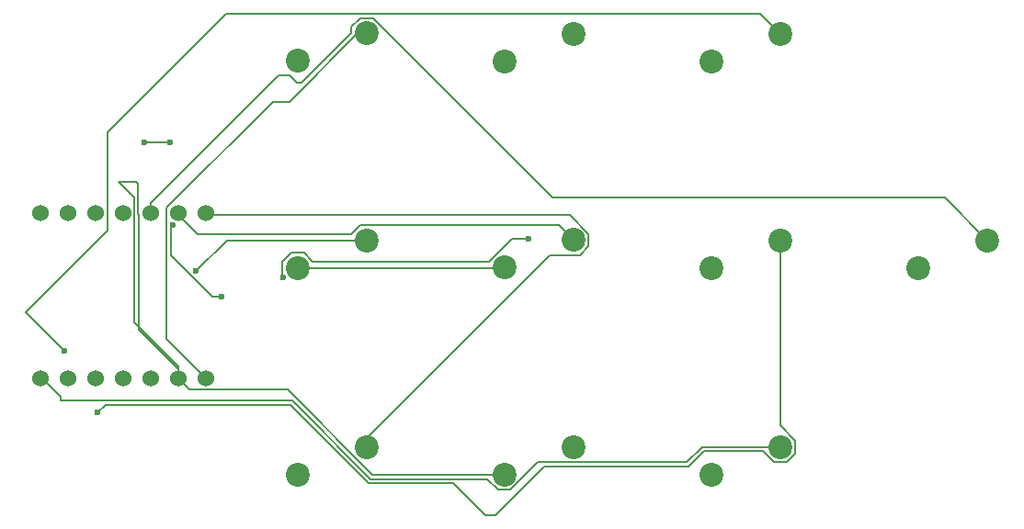
<source format=gbr>
%TF.GenerationSoftware,KiCad,Pcbnew,9.0.2*%
%TF.CreationDate,2025-06-28T19:25:42+02:00*%
%TF.ProjectId,Hackpad,4861636b-7061-4642-9e6b-696361645f70,rev?*%
%TF.SameCoordinates,Original*%
%TF.FileFunction,Copper,L2,Bot*%
%TF.FilePolarity,Positive*%
%FSLAX46Y46*%
G04 Gerber Fmt 4.6, Leading zero omitted, Abs format (unit mm)*
G04 Created by KiCad (PCBNEW 9.0.2) date 2025-06-28 19:25:42*
%MOMM*%
%LPD*%
G01*
G04 APERTURE LIST*
%TA.AperFunction,ComponentPad*%
%ADD10C,2.200000*%
%TD*%
%TA.AperFunction,ComponentPad*%
%ADD11C,1.524000*%
%TD*%
%TA.AperFunction,ViaPad*%
%ADD12C,0.600000*%
%TD*%
%TA.AperFunction,Conductor*%
%ADD13C,0.200000*%
%TD*%
G04 APERTURE END LIST*
D10*
%TO.P,SW6,1,1*%
%TO.N,Net-(U1-GPIO0{slash}TX)*%
X125249998Y-59030000D03*
%TO.P,SW6,2,2*%
%TO.N,GND*%
X118899998Y-61570000D03*
%TD*%
%TO.P,SW9,1,1*%
%TO.N,Net-(U1-GPIO27{slash}ADC1{slash}A1)*%
X163359998Y-59050000D03*
%TO.P,SW9,2,2*%
%TO.N,GND*%
X157009998Y-61590000D03*
%TD*%
%TO.P,SW7,1,1*%
%TO.N,Net-(U1-GPIO29{slash}ADC3{slash}A3)*%
X144289998Y-59050000D03*
%TO.P,SW7,2,2*%
%TO.N,GND*%
X137939998Y-61590000D03*
%TD*%
%TO.P,SW3,1,1*%
%TO.N,Net-(U1-GPIO2{slash}SCK)*%
X144309998Y-78090000D03*
%TO.P,SW3,2,2*%
%TO.N,GND*%
X137959998Y-80630000D03*
%TD*%
D11*
%TO.P,U1,1,GPIO26/ADC0/A0*%
%TO.N,Net-(U1-GPIO26{slash}ADC0{slash}A0)*%
X95200000Y-90800000D03*
%TO.P,U1,2,GPIO27/ADC1/A1*%
%TO.N,Net-(U1-GPIO27{slash}ADC1{slash}A1)*%
X97740000Y-90800000D03*
%TO.P,U1,3,GPIO28/ADC2/A2*%
%TO.N,Net-(U1-GPIO28{slash}ADC2{slash}A2)*%
X100280000Y-90800000D03*
%TO.P,U1,4,GPIO29/ADC3/A3*%
%TO.N,Net-(U1-GPIO29{slash}ADC3{slash}A3)*%
X102820000Y-90800000D03*
%TO.P,U1,5,GPIO6/SDA*%
%TO.N,Net-(D1-DIN)*%
X105360000Y-90800000D03*
%TO.P,U1,6,GPIO7/SCL*%
%TO.N,Net-(U1-GPIO7{slash}SCL)*%
X107900000Y-90800000D03*
%TO.P,U1,7,GPIO0/TX*%
%TO.N,Net-(U1-GPIO0{slash}TX)*%
X110440000Y-90800000D03*
%TO.P,U1,8,GPIO1/RX*%
%TO.N,Net-(U1-GPIO1{slash}RX)*%
X110440000Y-75560000D03*
%TO.P,U1,9,GPIO2/SCK*%
%TO.N,Net-(U1-GPIO2{slash}SCK)*%
X107900000Y-75560000D03*
%TO.P,U1,10,GPIO4/MISO*%
%TO.N,Net-(U1-GPIO4{slash}MISO)*%
X105360000Y-75560000D03*
%TO.P,U1,11,GPIO3/MOSI*%
%TO.N,Net-(U1-GPIO3{slash}MOSI)*%
X102820000Y-75560000D03*
%TO.P,U1,12,3V3*%
%TO.N,+5V*%
X100280000Y-75560000D03*
%TO.P,U1,13,GND*%
%TO.N,GND*%
X97740000Y-75560000D03*
%TO.P,U1,14,VBUS*%
%TO.N,+5V*%
X95200000Y-75560000D03*
%TD*%
D10*
%TO.P,SW8,1,1*%
%TO.N,Net-(U1-GPIO28{slash}ADC2{slash}A2)*%
X163359998Y-78110000D03*
%TO.P,SW8,2,2*%
%TO.N,GND*%
X157009998Y-80650000D03*
%TD*%
%TO.P,SW4,1,1*%
%TO.N,Net-(U1-GPIO1{slash}RX)*%
X125249998Y-97180000D03*
%TO.P,SW4,2,2*%
%TO.N,GND*%
X118899998Y-99720000D03*
%TD*%
%TO.P,SW1,1,1*%
%TO.N,Net-(U1-GPIO4{slash}MISO)*%
X182439998Y-78100000D03*
%TO.P,SW1,2,2*%
%TO.N,GND*%
X176089998Y-80640000D03*
%TD*%
%TO.P,SW5,1,1*%
%TO.N,GND*%
X144289998Y-97180000D03*
%TO.P,SW5,2,2*%
%TO.N,Net-(U1-GPIO7{slash}SCL)*%
X137939998Y-99720000D03*
%TD*%
%TO.P,SW2,1,1*%
%TO.N,Net-(U1-GPIO3{slash}MOSI)*%
X125249998Y-78110000D03*
%TO.P,SW2,2,2*%
%TO.N,GND*%
X118899998Y-80650000D03*
%TD*%
%TO.P,SW10,1,1*%
%TO.N,Net-(U1-GPIO26{slash}ADC0{slash}A0)*%
X163359998Y-97160000D03*
%TO.P,SW10,2,2*%
%TO.N,GND*%
X157009998Y-99700000D03*
%TD*%
D12*
%TO.N,Net-(D3-DOUT)*%
X107437000Y-76734000D03*
X111918750Y-83343750D03*
X104775000Y-69056250D03*
X107156250Y-69056250D03*
%TO.N,Net-(U1-GPIO3{slash}MOSI)*%
X109537500Y-80962500D03*
%TO.N,Net-(U1-GPIO29{slash}ADC3{slash}A3)*%
X140200000Y-78000000D03*
X117578033Y-81551341D03*
%TO.N,Net-(U1-GPIO28{slash}ADC2{slash}A2)*%
X100500000Y-94000000D03*
%TO.N,Net-(U1-GPIO27{slash}ADC1{slash}A1)*%
X97400000Y-88300000D03*
%TD*%
D13*
%TO.N,GND*%
X118899998Y-80650000D02*
X137939998Y-80650000D01*
X176089998Y-80660002D02*
X176050000Y-80700000D01*
X137979998Y-61550000D02*
X137939998Y-61590000D01*
X137979998Y-61550000D02*
X138050000Y-61550000D01*
X137939998Y-80650000D02*
X137959998Y-80630000D01*
X138050000Y-61700002D02*
X137939998Y-61590000D01*
X118899998Y-80749998D02*
X118900000Y-80750000D01*
X176089998Y-80640000D02*
X176089998Y-80660002D01*
X138050000Y-61700002D02*
X138050000Y-61750000D01*
X118899998Y-80749998D02*
X118899998Y-80650000D01*
X137959998Y-80630000D02*
X138030000Y-80630000D01*
X138030000Y-80630000D02*
X138100000Y-80700000D01*
%TO.N,Net-(D1-DIN)*%
X105378498Y-91228500D02*
X105378498Y-91030000D01*
X105378498Y-91228500D02*
X105499998Y-91350000D01*
%TO.N,Net-(D3-DOUT)*%
X107238000Y-78581250D02*
X107238000Y-76933000D01*
X111918750Y-83343750D02*
X111068807Y-83343750D01*
X111068807Y-83343750D02*
X107238000Y-79512943D01*
X107238000Y-76933000D02*
X107437000Y-76734000D01*
X107238000Y-79512943D02*
X107238000Y-78581250D01*
X104775000Y-69056250D02*
X107156250Y-69056250D01*
%TO.N,Net-(U1-GPIO4{slash}MISO)*%
X182439998Y-78100000D02*
X178512286Y-74172288D01*
X182649998Y-78100000D02*
X182699998Y-78050000D01*
X142373600Y-74172288D02*
X125830312Y-57629000D01*
X119258838Y-63612530D02*
X118830998Y-63612530D01*
X117132528Y-62909000D02*
X105378498Y-74663030D01*
X178512286Y-74172288D02*
X142373600Y-74172288D01*
X118127468Y-62909000D02*
X117132528Y-62909000D01*
X123848998Y-58449686D02*
X123848998Y-59022370D01*
X125830312Y-57629000D02*
X124669684Y-57629000D01*
X123848998Y-59022370D02*
X119258838Y-63612530D01*
X105378498Y-74663030D02*
X105378498Y-75790000D01*
X124669684Y-57629000D02*
X123848998Y-58449686D01*
X182439998Y-78100000D02*
X182649998Y-78100000D01*
X118830998Y-63612530D02*
X118127468Y-62909000D01*
%TO.N,Net-(U1-GPIO3{slash}MOSI)*%
X125359998Y-78110000D02*
X125549998Y-78300000D01*
X116681250Y-78110000D02*
X112390000Y-78110000D01*
X125249998Y-78110000D02*
X116681250Y-78110000D01*
X112390000Y-78110000D02*
X109537500Y-80962500D01*
X125249998Y-78110000D02*
X125359998Y-78110000D01*
%TO.N,Net-(U1-GPIO2{slash}SCK)*%
X123848998Y-77529686D02*
X124669684Y-76709000D01*
X142928998Y-76709000D02*
X144309998Y-78090000D01*
X109658184Y-77529686D02*
X123848998Y-77529686D01*
X124669684Y-76709000D02*
X142928998Y-76709000D01*
X107918498Y-75790000D02*
X109658184Y-77529686D01*
%TO.N,Net-(U1-GPIO1{slash}RX)*%
X125249998Y-96329314D02*
X142088312Y-79491000D01*
X125249998Y-97180000D02*
X125249998Y-96329314D01*
X145710998Y-78670314D02*
X145710998Y-77509686D01*
X145710998Y-77509686D02*
X143991312Y-75790000D01*
X142088312Y-79491000D02*
X144890312Y-79491000D01*
X143991312Y-75790000D02*
X110458498Y-75790000D01*
X144890312Y-79491000D02*
X145710998Y-78670314D01*
%TO.N,Net-(U1-GPIO7{slash}SCL)*%
X104302498Y-86336370D02*
X107918498Y-89952370D01*
X104302498Y-75750690D02*
X104302498Y-86336370D01*
X104230500Y-72900000D02*
X104230500Y-75678692D01*
X108963000Y-91863000D02*
X107900000Y-90800000D01*
X125808684Y-99720000D02*
X117951684Y-91863000D01*
X103883000Y-85705370D02*
X107900000Y-89722370D01*
X104230500Y-75678692D02*
X104302498Y-75750690D01*
X107918498Y-89952370D02*
X107918498Y-91030000D01*
X103883000Y-74152500D02*
X103883000Y-85705370D01*
X137939998Y-99720000D02*
X125808684Y-99720000D01*
X104030500Y-72700000D02*
X104230500Y-72900000D01*
X107900000Y-89722370D02*
X107900000Y-90800000D01*
X102430500Y-72700000D02*
X103883000Y-74152500D01*
X117951684Y-91863000D02*
X108963000Y-91863000D01*
X102430500Y-72700000D02*
X104030500Y-72700000D01*
%TO.N,Net-(U1-GPIO0{slash}TX)*%
X124408468Y-59030000D02*
X125249998Y-59030000D01*
X116645690Y-65311000D02*
X118184182Y-65311000D01*
X110440000Y-90800000D02*
X106837000Y-87197000D01*
X124465182Y-59030000D02*
X125249998Y-59030000D01*
X106837000Y-87197000D02*
X106837000Y-75119690D01*
X118184182Y-65311000D02*
X124465182Y-59030000D01*
X106837000Y-75119690D02*
X116645690Y-65311000D01*
%TO.N,Net-(U1-GPIO29{slash}ADC3{slash}A3)*%
X144289998Y-59050000D02*
X144289998Y-59160000D01*
X138608684Y-78000000D02*
X140200000Y-78000000D01*
X118319684Y-79249000D02*
X119480312Y-79249000D01*
X144350000Y-59050000D02*
X144400000Y-59000000D01*
X144289998Y-59050000D02*
X144350000Y-59050000D01*
X117498998Y-81472306D02*
X117498998Y-80069686D01*
X117498998Y-80069686D02*
X118319684Y-79249000D01*
X136558998Y-80049686D02*
X138608684Y-78000000D01*
X117578033Y-81551341D02*
X117498998Y-81472306D01*
X119480312Y-79249000D02*
X120280998Y-80049686D01*
X120280998Y-80049686D02*
X136558998Y-80049686D01*
X144289998Y-59160000D02*
X143949998Y-59500000D01*
%TO.N,Net-(U1-GPIO28{slash}ADC2{slash}A2)*%
X154935098Y-98982000D02*
X141646468Y-98982000D01*
X163940312Y-98561000D02*
X162779684Y-98561000D01*
X137167468Y-103461000D02*
X136172528Y-103461000D01*
X164760998Y-97740314D02*
X163940312Y-98561000D01*
X141646468Y-98982000D02*
X137167468Y-103461000D01*
X125476484Y-100522000D02*
X118250484Y-93296000D01*
X101204000Y-93296000D02*
X100500000Y-94000000D01*
X156356098Y-97561000D02*
X154935098Y-98982000D01*
X163359998Y-95178686D02*
X164760998Y-96579686D01*
X161779684Y-97561000D02*
X156356098Y-97561000D01*
X162779684Y-98561000D02*
X161779684Y-97561000D01*
X164760998Y-96579686D02*
X164760998Y-97740314D01*
X118250484Y-93296000D02*
X101204000Y-93296000D01*
X133233528Y-100522000D02*
X125476484Y-100522000D01*
X163359998Y-78110000D02*
X163359998Y-95178686D01*
X136172528Y-103461000D02*
X133233528Y-100522000D01*
%TO.N,Net-(U1-GPIO27{slash}ADC1{slash}A1)*%
X161537998Y-57228000D02*
X112277188Y-57228000D01*
X101361498Y-68143690D02*
X101361498Y-77210502D01*
X163359998Y-59050000D02*
X161537998Y-57228000D01*
X93836000Y-84736000D02*
X97400000Y-88300000D01*
X97840000Y-90875000D02*
X97840000Y-90948498D01*
X97840000Y-90948498D02*
X97758498Y-91030000D01*
X101361498Y-77210502D02*
X93836000Y-84736000D01*
X112277188Y-57228000D02*
X101361498Y-68143690D01*
%TO.N,Net-(U1-GPIO26{slash}ADC0{slash}A0)*%
X118416584Y-92895000D02*
X97083498Y-92895000D01*
X137359684Y-101121000D02*
X136359684Y-100121000D01*
X97083498Y-92895000D02*
X97083498Y-92548498D01*
X97083498Y-92548498D02*
X95400000Y-90865000D01*
X136359684Y-100121000D02*
X125642584Y-100121000D01*
X156189998Y-97160000D02*
X154768998Y-98581000D01*
X163359998Y-97160000D02*
X156189998Y-97160000D01*
X154768998Y-98581000D02*
X141060312Y-98581000D01*
X141060312Y-98581000D02*
X138520312Y-101121000D01*
X138520312Y-101121000D02*
X137359684Y-101121000D01*
X125642584Y-100121000D02*
X118416584Y-92895000D01*
%TD*%
M02*

</source>
